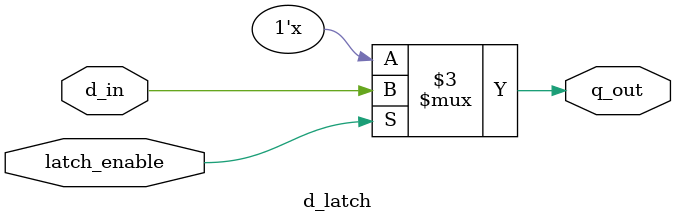
<source format=sv>
module dual_d_latch (
    input wire [1:0] d_in,
    input wire latch_enable,
    output reg [1:0] q_out
);

    // 实例化两个独立的D锁存器
    d_latch #(.WIDTH(1)) latch0 (
        .d_in(d_in[0]),
        .latch_enable(latch_enable),
        .q_out(q_out[0])
    );

    d_latch #(.WIDTH(1)) latch1 (
        .d_in(d_in[1]),
        .latch_enable(latch_enable),
        .q_out(q_out[1])
    );

endmodule

// 参数化的D锁存器子模块
module d_latch #(
    parameter WIDTH = 1
) (
    input wire d_in,
    input wire latch_enable,
    output reg q_out
);

    always @* begin
        if (latch_enable)
            q_out = d_in;
    end

endmodule
</source>
